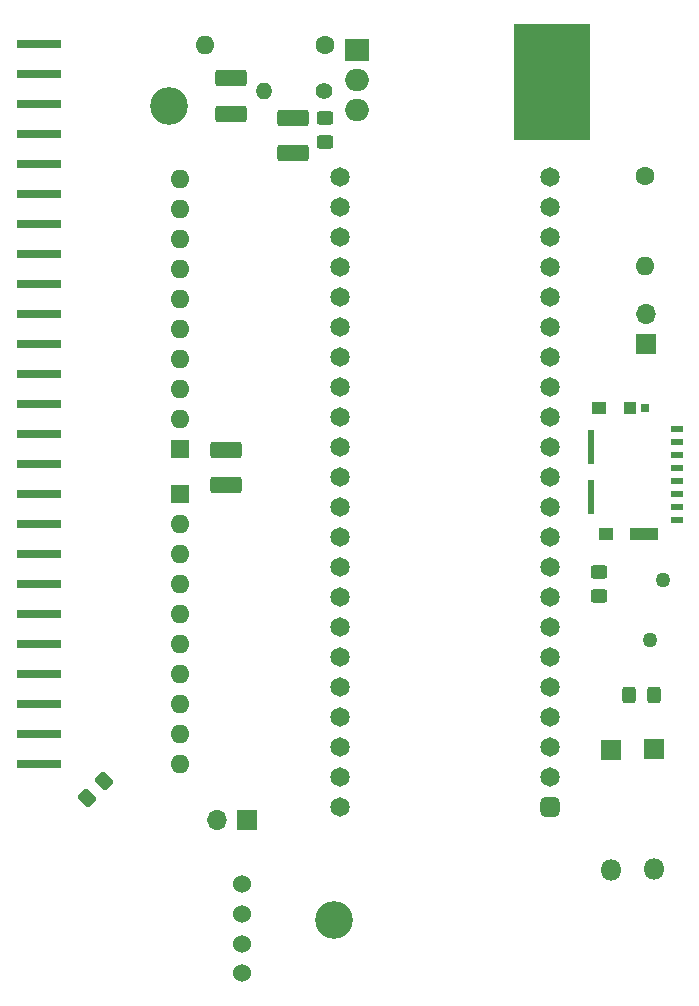
<source format=gbr>
%TF.GenerationSoftware,KiCad,Pcbnew,(6.0.2)*%
%TF.CreationDate,2022-04-19T06:00:42-06:00*%
%TF.ProjectId,F4Lite_THTV1_1,46344c69-7465-45f5-9448-5456315f312e,rev?*%
%TF.SameCoordinates,Original*%
%TF.FileFunction,Soldermask,Top*%
%TF.FilePolarity,Negative*%
%FSLAX46Y46*%
G04 Gerber Fmt 4.6, Leading zero omitted, Abs format (unit mm)*
G04 Created by KiCad (PCBNEW (6.0.2)) date 2022-04-19 06:00:42*
%MOMM*%
%LPD*%
G01*
G04 APERTURE LIST*
G04 Aperture macros list*
%AMRoundRect*
0 Rectangle with rounded corners*
0 $1 Rounding radius*
0 $2 $3 $4 $5 $6 $7 $8 $9 X,Y pos of 4 corners*
0 Add a 4 corners polygon primitive as box body*
4,1,4,$2,$3,$4,$5,$6,$7,$8,$9,$2,$3,0*
0 Add four circle primitives for the rounded corners*
1,1,$1+$1,$2,$3*
1,1,$1+$1,$4,$5*
1,1,$1+$1,$6,$7*
1,1,$1+$1,$8,$9*
0 Add four rect primitives between the rounded corners*
20,1,$1+$1,$2,$3,$4,$5,0*
20,1,$1+$1,$4,$5,$6,$7,0*
20,1,$1+$1,$6,$7,$8,$9,0*
20,1,$1+$1,$8,$9,$2,$3,0*%
G04 Aperture macros list end*
%ADD10C,0.100000*%
%ADD11R,3.800000X0.750000*%
%ADD12C,1.524000*%
%ADD13C,3.200000*%
%ADD14RoundRect,0.250001X-1.074999X0.462499X-1.074999X-0.462499X1.074999X-0.462499X1.074999X0.462499X0*%
%ADD15R,0.550000X2.910000*%
%ADD16R,1.000000X0.500000*%
%ADD17R,0.780000X0.720000*%
%ADD18R,1.200000X1.050000*%
%ADD19R,2.390000X1.050000*%
%ADD20R,1.080000X1.050000*%
%ADD21C,1.270000*%
%ADD22C,1.600000*%
%ADD23O,1.600000X1.600000*%
%ADD24C,1.400000*%
%ADD25O,1.400000X1.400000*%
%ADD26R,1.600000X1.600000*%
%ADD27O,3.500000X3.500000*%
%ADD28R,2.000000X1.905000*%
%ADD29O,2.000000X1.905000*%
%ADD30R,1.700000X1.700000*%
%ADD31O,1.700000X1.700000*%
%ADD32R,1.800000X1.800000*%
%ADD33O,1.800000X1.800000*%
%ADD34RoundRect,0.250000X-0.450000X0.325000X-0.450000X-0.325000X0.450000X-0.325000X0.450000X0.325000X0*%
%ADD35RoundRect,0.412500X0.412500X0.412500X-0.412500X0.412500X-0.412500X-0.412500X0.412500X-0.412500X0*%
%ADD36C,1.650000*%
%ADD37RoundRect,0.250000X-0.088388X0.548008X-0.548008X0.088388X0.088388X-0.548008X0.548008X-0.088388X0*%
%ADD38RoundRect,0.250000X0.325000X0.450000X-0.325000X0.450000X-0.325000X-0.450000X0.325000X-0.450000X0*%
G04 APERTURE END LIST*
D10*
X153614120Y-79347060D02*
X147264120Y-79347060D01*
X147264120Y-79347060D02*
X147264120Y-69631560D01*
X147264120Y-69631560D02*
X153614120Y-69631560D01*
X153614120Y-69631560D02*
X153614120Y-79347060D01*
G36*
X153614120Y-79347060D02*
G01*
X147264120Y-79347060D01*
X147264120Y-69631560D01*
X153614120Y-69631560D01*
X153614120Y-79347060D01*
G37*
X153614120Y-79347060D02*
X147264120Y-79347060D01*
X147264120Y-69631560D01*
X153614120Y-69631560D01*
X153614120Y-79347060D01*
D11*
%TO.C,J4*%
X107043220Y-132267960D03*
X107043220Y-129727960D03*
X107043220Y-127187960D03*
X107043220Y-124647960D03*
X107043220Y-122107960D03*
X107043220Y-119567960D03*
X107043220Y-117027960D03*
X107043220Y-114487960D03*
X107043220Y-111947960D03*
X107043220Y-109407960D03*
X107043220Y-106867960D03*
X107043220Y-104327960D03*
X107043220Y-101787960D03*
X107043220Y-99247960D03*
X107043220Y-96707960D03*
X107043220Y-94167960D03*
X107043220Y-91627960D03*
X107043220Y-89087960D03*
X107043220Y-86547960D03*
X107043220Y-84007960D03*
X107043220Y-81467960D03*
X107043220Y-78927960D03*
X107043220Y-76387960D03*
X107043220Y-73847960D03*
X107043220Y-71307960D03*
%TD*%
D12*
%TO.C,J2*%
X124227580Y-149952080D03*
X124227580Y-147452080D03*
X124227580Y-144952080D03*
X124227580Y-142452080D03*
%TD*%
D13*
%TO.C,REF\u002A\u002A*%
X131988560Y-145448020D03*
%TD*%
%TO.C,REF\u002A\u002A*%
X118054120Y-76553060D03*
%TD*%
D14*
%TO.C,C2*%
X128511300Y-77546200D03*
X128511300Y-80521200D03*
%TD*%
%TO.C,C4*%
X122895360Y-105628440D03*
X122895360Y-108603440D03*
%TD*%
D15*
%TO.C,J5*%
X153804840Y-105419080D03*
X153804840Y-109609080D03*
D16*
X161039840Y-103914080D03*
X161039840Y-105014080D03*
X161039840Y-106114080D03*
X161039840Y-107214080D03*
X161039840Y-108314080D03*
X161039840Y-109414080D03*
X161039840Y-110514080D03*
X161039840Y-111614080D03*
D17*
X158359840Y-102154080D03*
D18*
X155049840Y-112789080D03*
D19*
X158234840Y-112789080D03*
D18*
X154479840Y-102144080D03*
D20*
X157089840Y-102154080D03*
%TD*%
D21*
%TO.C,F1*%
X158734760Y-121757440D03*
X159877760Y-116677440D03*
%TD*%
D14*
%TO.C,C1*%
X123324620Y-74213060D03*
X123324620Y-77188060D03*
%TD*%
D22*
%TO.C,R1*%
X131262120Y-71409560D03*
D23*
X121102120Y-71409560D03*
%TD*%
D24*
%TO.C,R2*%
X131135120Y-75283060D03*
D25*
X126055120Y-75283060D03*
%TD*%
D26*
%TO.C,RN1*%
X118943120Y-109382560D03*
D23*
X118943120Y-111922560D03*
X118943120Y-114462560D03*
X118943120Y-117002560D03*
X118943120Y-119542560D03*
X118943120Y-122082560D03*
X118943120Y-124622560D03*
X118943120Y-127162560D03*
X118943120Y-129702560D03*
X118943120Y-132242560D03*
%TD*%
D26*
%TO.C,RN2*%
X118943120Y-105572560D03*
D23*
X118943120Y-103032560D03*
X118943120Y-100492560D03*
X118943120Y-97952560D03*
X118943120Y-95412560D03*
X118943120Y-92872560D03*
X118943120Y-90332560D03*
X118943120Y-87792560D03*
X118943120Y-85252560D03*
X118943120Y-82712560D03*
%TD*%
D27*
%TO.C,U1*%
X150652620Y-74330560D03*
D28*
X133992620Y-71790560D03*
D29*
X133992620Y-74330560D03*
X133992620Y-76870560D03*
%TD*%
D30*
%TO.C,J1*%
X124632720Y-137010140D03*
D31*
X122092720Y-137010140D03*
%TD*%
D32*
%TO.C,D1*%
X159080200Y-130995420D03*
D33*
X159080200Y-141155420D03*
%TD*%
D32*
%TO.C,D2*%
X155425140Y-131033520D03*
D33*
X155425140Y-141193520D03*
%TD*%
D34*
%TO.C,C5*%
X154477720Y-115956300D03*
X154477720Y-118006300D03*
%TD*%
D30*
%TO.C,J3*%
X158396940Y-96690180D03*
D31*
X158396940Y-94150180D03*
%TD*%
D22*
%TO.C,R3*%
X158376620Y-82453480D03*
D23*
X158376620Y-90073480D03*
%TD*%
D35*
%TO.C,U2*%
X150266400Y-135907780D03*
D36*
X150266400Y-133367780D03*
X150266400Y-130827780D03*
X150266400Y-128287780D03*
X150266400Y-125747780D03*
X150266400Y-123207780D03*
X150266400Y-120667780D03*
X150266400Y-118127780D03*
X150266400Y-115587780D03*
X150266400Y-113047780D03*
X150266400Y-110507780D03*
X150266400Y-107967780D03*
X150266400Y-105427780D03*
X150266400Y-102887780D03*
X150266400Y-100347780D03*
X150266400Y-97807780D03*
X150266400Y-95267780D03*
X150266400Y-92727780D03*
X150266400Y-90187780D03*
X150266400Y-87647780D03*
X150266400Y-85107780D03*
X150266400Y-82567780D03*
X132486400Y-82567780D03*
X132486400Y-85107780D03*
X132486400Y-87647780D03*
X132486400Y-90187780D03*
X132486400Y-92727780D03*
X132486400Y-95267780D03*
X132486400Y-97807780D03*
X132486400Y-100347780D03*
X132486400Y-102887780D03*
X132486400Y-105427780D03*
X132486400Y-107967780D03*
X132486400Y-110507780D03*
X132486400Y-113047780D03*
X132486400Y-115587780D03*
X132486400Y-118127780D03*
X132486400Y-120667780D03*
X132486400Y-123207780D03*
X132486400Y-125747780D03*
X132486400Y-128287780D03*
X132486400Y-130827780D03*
X132486400Y-133367780D03*
X132486400Y-135907780D03*
%TD*%
D37*
%TO.C,C7*%
X112517804Y-133697096D03*
X111068236Y-135146664D03*
%TD*%
D38*
%TO.C,C6*%
X159080200Y-126392940D03*
X157030200Y-126392940D03*
%TD*%
D34*
%TO.C,C3*%
X131229100Y-77518260D03*
X131229100Y-79568260D03*
%TD*%
M02*

</source>
